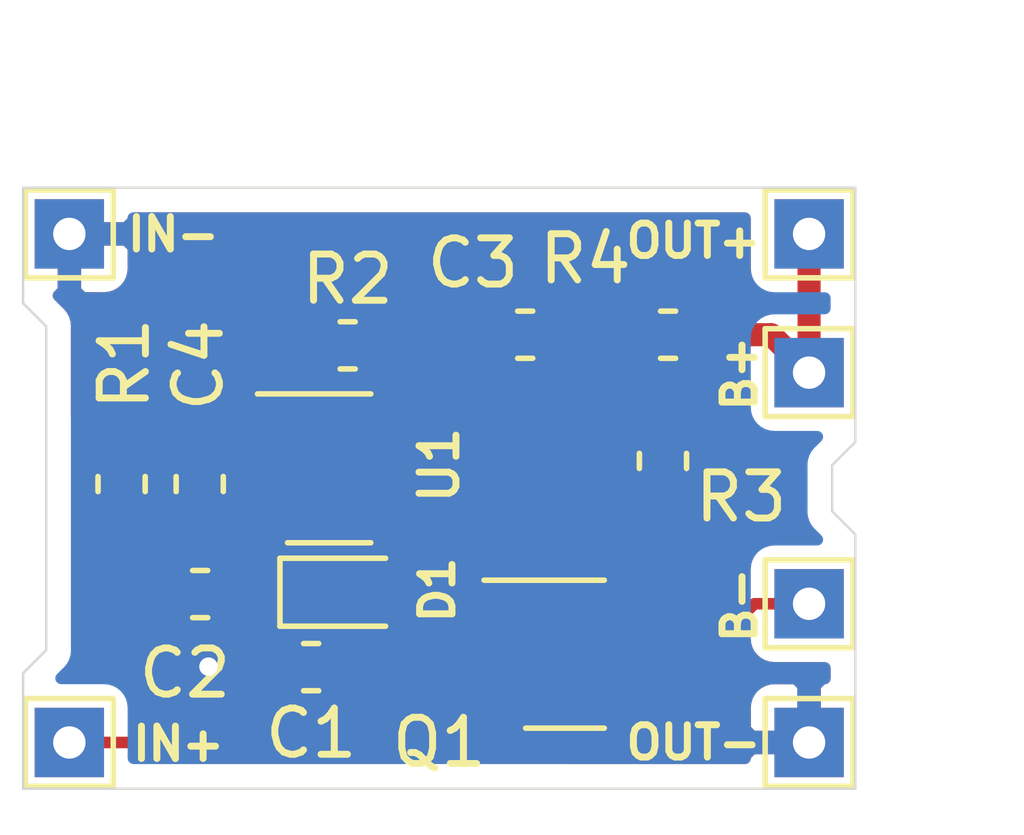
<source format=kicad_pcb>
(kicad_pcb (version 20171130) (host pcbnew "(5.1.6)-1")

  (general
    (thickness 1.6)
    (drawings 21)
    (tracks 81)
    (zones 0)
    (modules 19)
    (nets 14)
  )

  (page A4)
  (layers
    (0 F.Cu signal)
    (31 B.Cu signal)
    (32 B.Adhes user)
    (33 F.Adhes user)
    (34 B.Paste user)
    (35 F.Paste user)
    (36 B.SilkS user)
    (37 F.SilkS user)
    (38 B.Mask user)
    (39 F.Mask user)
    (40 Dwgs.User user)
    (41 Cmts.User user)
    (42 Eco1.User user)
    (43 Eco2.User user)
    (44 Edge.Cuts user)
    (45 Margin user)
    (46 B.CrtYd user)
    (47 F.CrtYd user)
    (48 B.Fab user hide)
    (49 F.Fab user hide)
  )

  (setup
    (last_trace_width 0.25)
    (trace_clearance 0.2)
    (zone_clearance 0.508)
    (zone_45_only no)
    (trace_min 0.2)
    (via_size 0.8)
    (via_drill 0.4)
    (via_min_size 0.4)
    (via_min_drill 0.3)
    (uvia_size 0.3)
    (uvia_drill 0.1)
    (uvias_allowed no)
    (uvia_min_size 0.2)
    (uvia_min_drill 0.1)
    (edge_width 0.05)
    (segment_width 0.2)
    (pcb_text_width 0.3)
    (pcb_text_size 1.5 1.5)
    (mod_edge_width 0.12)
    (mod_text_size 1 1)
    (mod_text_width 0.15)
    (pad_size 1.524 1.524)
    (pad_drill 0.762)
    (pad_to_mask_clearance 0.05)
    (aux_axis_origin 0 0)
    (visible_elements 7FFFFFFF)
    (pcbplotparams
      (layerselection 0x010fc_ffffffff)
      (usegerberextensions false)
      (usegerberattributes true)
      (usegerberadvancedattributes true)
      (creategerberjobfile true)
      (excludeedgelayer true)
      (linewidth 0.100000)
      (plotframeref false)
      (viasonmask false)
      (mode 1)
      (useauxorigin false)
      (hpglpennumber 1)
      (hpglpenspeed 20)
      (hpglpendiameter 15.000000)
      (psnegative false)
      (psa4output false)
      (plotreference true)
      (plotvalue true)
      (plotinvisibletext false)
      (padsonsilk false)
      (subtractmaskfromsilk false)
      (outputformat 1)
      (mirror false)
      (drillshape 0)
      (scaleselection 1)
      (outputdirectory "gerber/"))
  )

  (net 0 "")
  (net 1 GND)
  (net 2 /IN+)
  (net 3 /B+)
  (net 4 /B-)
  (net 5 "Net-(C3-Pad1)")
  (net 6 "Net-(D1-Pad1)")
  (net 7 "Net-(Q1-Pad3)")
  (net 8 "Net-(Q1-Pad2)")
  (net 9 "Net-(Q1-Pad1)")
  (net 10 "Net-(R1-Pad1)")
  (net 11 "Net-(R2-Pad2)")
  (net 12 "Net-(R3-Pad2)")
  (net 13 "Net-(Q1-Pad5)")

  (net_class Default "This is the default net class."
    (clearance 0.2)
    (trace_width 0.25)
    (via_dia 0.8)
    (via_drill 0.4)
    (uvia_dia 0.3)
    (uvia_drill 0.1)
    (add_net /B+)
    (add_net /B-)
    (add_net /IN+)
    (add_net GND)
    (add_net "Net-(C3-Pad1)")
    (add_net "Net-(D1-Pad1)")
    (add_net "Net-(Q1-Pad1)")
    (add_net "Net-(Q1-Pad2)")
    (add_net "Net-(Q1-Pad3)")
    (add_net "Net-(Q1-Pad5)")
    (add_net "Net-(R1-Pad1)")
    (add_net "Net-(R2-Pad2)")
    (add_net "Net-(R3-Pad2)")
  )

  (module MSS_Devices:logo-mr_solder_7.8x3.6mm (layer B.Cu) (tedit 0) (tstamp 5F525759)
    (at 148.32 106.47 180)
    (fp_text reference G*** (at 0 0) (layer B.SilkS) hide
      (effects (font (size 1.524 1.524) (thickness 0.3)) (justify mirror))
    )
    (fp_text value LOGO (at 0.75 0) (layer F.SilkS) hide
      (effects (font (size 1.524 1.524) (thickness 0.3)))
    )
    (fp_poly (pts (xy 2.806006 1.777236) (xy 2.985914 1.774067) (xy 3.129118 1.767179) (xy 3.24266 1.755258)
      (xy 3.333583 1.736989) (xy 3.408928 1.711059) (xy 3.475738 1.676153) (xy 3.541056 1.630956)
      (xy 3.593591 1.589276) (xy 3.719975 1.455557) (xy 3.805734 1.300473) (xy 3.852003 1.131587)
      (xy 3.859917 0.95646) (xy 3.830613 0.782653) (xy 3.765224 0.617727) (xy 3.664888 0.469244)
      (xy 3.530739 0.344765) (xy 3.394758 0.2652) (xy 3.3405 0.242414) (xy 3.285319 0.225341)
      (xy 3.219823 0.212719) (xy 3.134617 0.203283) (xy 3.020307 0.195773) (xy 2.8675 0.188925)
      (xy 2.811101 0.186748) (xy 2.633455 0.179065) (xy 2.501229 0.170274) (xy 2.409046 0.158889)
      (xy 2.351525 0.14342) (xy 2.323289 0.12238) (xy 2.31896 0.09428) (xy 2.33316 0.057632)
      (xy 2.334606 0.054899) (xy 2.347631 0.036877) (xy 2.369502 0.023492) (xy 2.407565 0.013829)
      (xy 2.469165 0.006969) (xy 2.561646 0.001997) (xy 2.692356 -0.002004) (xy 2.812619 -0.004763)
      (xy 3.01337 -0.011192) (xy 3.172046 -0.022621) (xy 3.29732 -0.041776) (xy 3.397865 -0.071383)
      (xy 3.482355 -0.114166) (xy 3.559463 -0.172852) (xy 3.637863 -0.250165) (xy 3.655972 -0.269754)
      (xy 3.719215 -0.343228) (xy 3.767922 -0.413354) (xy 3.80405 -0.48828) (xy 3.829553 -0.576157)
      (xy 3.84639 -0.685132) (xy 3.856516 -0.823356) (xy 3.861888 -0.998977) (xy 3.863739 -1.135187)
      (xy 3.864899 -1.309164) (xy 3.864125 -1.439823) (xy 3.860911 -1.53463) (xy 3.854748 -1.601046)
      (xy 3.845131 -1.646536) (xy 3.831553 -1.678562) (xy 3.826258 -1.687234) (xy 3.758235 -1.750311)
      (xy 3.672126 -1.775328) (xy 3.583451 -1.762317) (xy 3.507732 -1.711315) (xy 3.488453 -1.686488)
      (xy 3.471946 -1.654191) (xy 3.46056 -1.610524) (xy 3.453626 -1.547008) (xy 3.45048 -1.455164)
      (xy 3.450455 -1.326516) (xy 3.451785 -1.219869) (xy 3.452355 -1.021508) (xy 3.446637 -0.866937)
      (xy 3.433674 -0.749427) (xy 3.41251 -0.662247) (xy 3.382188 -0.598668) (xy 3.359247 -0.569101)
      (xy 3.319431 -0.527266) (xy 3.282197 -0.495892) (xy 3.239583 -0.473244) (xy 3.183624 -0.457588)
      (xy 3.106356 -0.44719) (xy 2.999813 -0.440315) (xy 2.856033 -0.43523) (xy 2.728736 -0.4318)
      (xy 2.239399 -0.4191) (xy 2.129349 -0.341772) (xy 2.01113 -0.231628) (xy 1.934055 -0.102319)
      (xy 1.896995 0.037834) (xy 1.898818 0.180513) (xy 1.938394 0.317397) (xy 2.014593 0.440168)
      (xy 2.126285 0.540504) (xy 2.25804 0.605378) (xy 2.319356 0.617076) (xy 2.423157 0.626232)
      (xy 2.561167 0.632354) (xy 2.725112 0.634946) (xy 2.753736 0.635) (xy 2.912968 0.635759)
      (xy 3.030396 0.638603) (xy 3.115003 0.644386) (xy 3.175771 0.653962) (xy 3.221682 0.668185)
      (xy 3.251596 0.682323) (xy 3.351918 0.763158) (xy 3.414743 0.874369) (xy 3.43526 1.007091)
      (xy 3.413346 1.133666) (xy 3.34949 1.23352) (xy 3.268869 1.296518) (xy 3.239654 1.312179)
      (xy 3.205403 1.32416) (xy 3.159303 1.332949) (xy 3.094538 1.339034) (xy 3.004293 1.342903)
      (xy 2.881755 1.345046) (xy 2.720108 1.345949) (xy 2.576684 1.346106) (xy 1.965669 1.3462)
      (xy 1.878909 1.282191) (xy 1.817574 1.231243) (xy 1.772783 1.184036) (xy 1.766024 1.174241)
      (xy 1.759224 1.137607) (xy 1.752724 1.052645) (xy 1.746604 0.921827) (xy 1.740943 0.747624)
      (xy 1.735819 0.532507) (xy 1.731313 0.278948) (xy 1.727503 -0.010582) (xy 1.7272 -0.0381)
      (xy 1.7145 -1.2065) (xy 1.64718 -1.3335) (xy 1.529265 -1.505097) (xy 1.377965 -1.642109)
      (xy 1.276887 -1.703379) (xy 1.148614 -1.747445) (xy 0.994791 -1.768092) (xy 0.834738 -1.76516)
      (xy 0.687781 -1.738489) (xy 0.6096 -1.708923) (xy 0.454604 -1.606795) (xy 0.319503 -1.467577)
      (xy 0.232901 -1.334963) (xy 0.1651 -1.2065) (xy 0.1524 -0.0381) (xy 0.149379 0.242622)
      (xy 0.146573 0.477104) (xy 0.143406 0.669901) (xy 0.139304 0.825566) (xy 0.133691 0.948655)
      (xy 0.125993 1.04372) (xy 0.115635 1.115318) (xy 0.102042 1.168001) (xy 0.084638 1.206324)
      (xy 0.06285 1.234841) (xy 0.036102 1.258106) (xy 0.003819 1.280674) (xy -0.015745 1.293919)
      (xy -0.077689 1.329025) (xy -0.141387 1.343447) (xy -0.229405 1.341841) (xy -0.242879 1.340775)
      (xy -0.33669 1.327526) (xy -0.402472 1.300646) (xy -0.462816 1.250738) (xy -0.465297 1.248269)
      (xy -0.5461 1.167507) (xy -0.559834 0.005904) (xy -0.563196 -0.268941) (xy -0.566364 -0.497791)
      (xy -0.569578 -0.68545) (xy -0.57308 -0.836721) (xy -0.577109 -0.956408) (xy -0.581907 -1.049313)
      (xy -0.587715 -1.120241) (xy -0.594774 -1.173995) (xy -0.603324 -1.215379) (xy -0.613606 -1.249195)
      (xy -0.624117 -1.276125) (xy -0.721462 -1.446754) (xy -0.855928 -1.592793) (xy -0.993079 -1.689306)
      (xy -1.065526 -1.726607) (xy -1.128872 -1.749278) (xy -1.200254 -1.760876) (xy -1.296807 -1.764961)
      (xy -1.3589 -1.7653) (xy -1.474276 -1.763593) (xy -1.555993 -1.75612) (xy -1.621145 -1.739347)
      (xy -1.686824 -1.709744) (xy -1.723528 -1.689956) (xy -1.870786 -1.5861) (xy -1.994955 -1.454994)
      (xy -2.083717 -1.310276) (xy -2.098417 -1.274941) (xy -2.109192 -1.241768) (xy -2.118288 -1.20126)
      (xy -2.125923 -1.148672) (xy -2.132317 -1.079258) (xy -2.137689 -0.988273) (xy -2.142258 -0.87097)
      (xy -2.146243 -0.722605) (xy -2.149864 -0.538432) (xy -2.15334 -0.313706) (xy -2.156889 -0.04368)
      (xy -2.157475 0.003729) (xy -2.160906 0.276893) (xy -2.164053 0.503812) (xy -2.16716 0.689039)
      (xy -2.17047 0.837124) (xy -2.174226 0.952621) (xy -2.178672 1.040082) (xy -2.184051 1.104058)
      (xy -2.190605 1.149103) (xy -2.19858 1.179767) (xy -2.208217 1.200604) (xy -2.21976 1.216166)
      (xy -2.222441 1.219179) (xy -2.32609 1.299871) (xy -2.446139 1.340125) (xy -2.571062 1.340638)
      (xy -2.689336 1.30211) (xy -2.789434 1.225238) (xy -2.822538 1.18281) (xy -2.831184 1.160658)
      (xy -2.838629 1.119484) (xy -2.84503 1.055321) (xy -2.85054 0.964203) (xy -2.855316 0.842162)
      (xy -2.859511 0.685233) (xy -2.86328 0.48945) (xy -2.866779 0.250844) (xy -2.870162 -0.034549)
      (xy -2.8702 -0.0381) (xy -2.873237 -0.312194) (xy -2.876026 -0.540249) (xy -2.878825 -0.727023)
      (xy -2.881894 -0.877275) (xy -2.88549 -0.995761) (xy -2.889873 -1.087241) (xy -2.895301 -1.156473)
      (xy -2.902033 -1.208214) (xy -2.910327 -1.247224) (xy -2.920443 -1.278259) (xy -2.932638 -1.306079)
      (xy -2.939925 -1.320931) (xy -3.046709 -1.484161) (xy -3.185395 -1.616771) (xy -3.347398 -1.712747)
      (xy -3.524135 -1.766072) (xy -3.585613 -1.773386) (xy -3.67235 -1.776794) (xy -3.727656 -1.768006)
      (xy -3.770374 -1.742103) (xy -3.79553 -1.718579) (xy -3.850837 -1.634411) (xy -3.861161 -1.546638)
      (xy -3.83056 -1.464903) (xy -3.763095 -1.398849) (xy -3.662825 -1.358118) (xy -3.642193 -1.35431)
      (xy -3.497527 -1.313697) (xy -3.393305 -1.242932) (xy -3.35939 -1.2008) (xy -3.348739 -1.180948)
      (xy -3.339785 -1.153638) (xy -3.332315 -1.114306) (xy -3.326115 -1.058392) (xy -3.32097 -0.981331)
      (xy -3.316668 -0.878562) (xy -3.312994 -0.745523) (xy -3.309735 -0.577651) (xy -3.306677 -0.370384)
      (xy -3.303606 -0.11916) (xy -3.302 0.024222) (xy -3.298927 0.297256) (xy -3.296071 0.524301)
      (xy -3.293179 0.710168) (xy -3.289994 0.859664) (xy -3.286263 0.977599) (xy -3.28173 1.068782)
      (xy -3.276142 1.138023) (xy -3.269242 1.190131) (xy -3.260776 1.229914) (xy -3.25049 1.262183)
      (xy -3.238128 1.291747) (xy -3.234414 1.299863) (xy -3.128246 1.473772) (xy -2.989544 1.611582)
      (xy -2.823585 1.709569) (xy -2.635647 1.764009) (xy -2.565037 1.772131) (xy -2.366661 1.762147)
      (xy -2.182113 1.705582) (xy -2.018206 1.606093) (xy -1.881757 1.467336) (xy -1.81861 1.3716)
      (xy -1.7399 1.2319) (xy -1.7272 0.0635) (xy -1.723538 -0.236308) (xy -1.719541 -0.488268)
      (xy -1.715101 -0.695332) (xy -1.710114 -0.860451) (xy -1.704474 -0.986577) (xy -1.698074 -1.076661)
      (xy -1.690809 -1.133655) (xy -1.683323 -1.15931) (xy -1.643615 -1.21094) (xy -1.58466 -1.270093)
      (xy -1.570238 -1.282641) (xy -1.516671 -1.322247) (xy -1.46537 -1.340981) (xy -1.395811 -1.344074)
      (xy -1.341413 -1.340935) (xy -1.209456 -1.31483) (xy -1.1095 -1.254329) (xy -1.032718 -1.1557)
      (xy -1.024701 -1.122248) (xy -1.017514 -1.049839) (xy -1.011091 -0.936594) (xy -1.005367 -0.780637)
      (xy -1.000279 -0.580091) (xy -0.995761 -0.33308) (xy -0.991747 -0.037727) (xy -0.9906 0.0635)
      (xy -0.987559 0.337659) (xy -0.984759 0.565741) (xy -0.981947 0.752466) (xy -0.978869 0.902556)
      (xy -0.975272 1.02073) (xy -0.970902 1.111709) (xy -0.965504 1.180215) (xy -0.958825 1.230968)
      (xy -0.95061 1.268687) (xy -0.940607 1.298094) (xy -0.928562 1.32391) (xy -0.922167 1.336062)
      (xy -0.808343 1.501432) (xy -0.669314 1.627757) (xy -0.511863 1.715214) (xy -0.342772 1.763979)
      (xy -0.168823 1.77423) (xy 0.003204 1.746144) (xy 0.166525 1.679897) (xy 0.314358 1.575667)
      (xy 0.439923 1.43363) (xy 0.517211 1.29851) (xy 0.530045 1.269044) (xy 0.540759 1.237906)
      (xy 0.549605 1.200286) (xy 0.556836 1.151379) (xy 0.562706 1.086375) (xy 0.567467 1.000468)
      (xy 0.571372 0.88885) (xy 0.574675 0.746713) (xy 0.577628 0.56925) (xy 0.580484 0.351653)
      (xy 0.583497 0.089114) (xy 0.5842 0.0254) (xy 0.587715 -0.26435) (xy 0.591443 -0.506976)
      (xy 0.595523 -0.706151) (xy 0.600093 -0.865551) (xy 0.605294 -0.98885) (xy 0.611264 -1.079723)
      (xy 0.618143 -1.141844) (xy 0.626071 -1.178889) (xy 0.630271 -1.188809) (xy 0.704726 -1.271839)
      (xy 0.807865 -1.324881) (xy 0.925611 -1.345373) (xy 1.043889 -1.330755) (xy 1.14369 -1.28219)
      (xy 1.205025 -1.231242) (xy 1.249816 -1.184035) (xy 1.256575 -1.17424) (xy 1.263401 -1.137572)
      (xy 1.269928 -1.052626) (xy 1.276073 -0.92192) (xy 1.281755 -0.747976) (xy 1.286892 -0.533314)
      (xy 1.291404 -0.280454) (xy 1.295207 0.008084) (xy 1.2954 0.0254) (xy 1.298435 0.297648)
      (xy 1.3012 0.523955) (xy 1.303972 0.709174) (xy 1.307025 0.858163) (xy 1.310635 0.975776)
      (xy 1.315078 1.066868) (xy 1.320629 1.136295) (xy 1.327564 1.188912) (xy 1.336159 1.229575)
      (xy 1.346689 1.263138) (xy 1.359429 1.294457) (xy 1.368597 1.314961) (xy 1.442914 1.437064)
      (xy 1.548232 1.555629) (xy 1.669826 1.65687) (xy 1.792967 1.727005) (xy 1.819722 1.737206)
      (xy 1.867287 1.750395) (xy 1.927368 1.760532) (xy 2.006656 1.767975) (xy 2.111841 1.773081)
      (xy 2.249614 1.77621) (xy 2.426665 1.777717) (xy 2.582352 1.778001) (xy 2.806006 1.777236)) (layer B.Mask) (width 0.01))
  )

  (module TestPoint:TestPoint_THTPad_1.5x1.5mm_Drill0.7mm (layer F.Cu) (tedit 5A0F774F) (tstamp 5F4DAF1C)
    (at 156.5 111)
    (descr "THT rectangular pad as test Point, square 1.5mm side length, hole diameter 0.7mm")
    (tags "test point THT pad rectangle square")
    (path /5F4DF38D)
    (attr virtual)
    (fp_text reference J5 (at 0 -1.648) (layer F.SilkS) hide
      (effects (font (size 1 1) (thickness 0.15)))
    )
    (fp_text value B- (at 0 1.75) (layer F.Fab)
      (effects (font (size 1 1) (thickness 0.15)))
    )
    (fp_line (start 1.25 1.25) (end -1.25 1.25) (layer F.CrtYd) (width 0.05))
    (fp_line (start 1.25 1.25) (end 1.25 -1.25) (layer F.CrtYd) (width 0.05))
    (fp_line (start -1.25 -1.25) (end -1.25 1.25) (layer F.CrtYd) (width 0.05))
    (fp_line (start -1.25 -1.25) (end 1.25 -1.25) (layer F.CrtYd) (width 0.05))
    (fp_line (start -0.95 0.95) (end -0.95 -0.95) (layer F.SilkS) (width 0.12))
    (fp_line (start 0.95 0.95) (end -0.95 0.95) (layer F.SilkS) (width 0.12))
    (fp_line (start 0.95 -0.95) (end 0.95 0.95) (layer F.SilkS) (width 0.12))
    (fp_line (start -0.95 -0.95) (end 0.95 -0.95) (layer F.SilkS) (width 0.12))
    (fp_text user %R (at 0 -1.65) (layer F.Fab)
      (effects (font (size 1 1) (thickness 0.15)))
    )
    (pad 1 thru_hole rect (at 0 0) (size 1.5 1.5) (drill 0.7) (layers *.Cu *.Mask)
      (net 4 /B-))
  )

  (module MSS_Devices:SOT26 (layer F.Cu) (tedit 5B8951CD) (tstamp 5F4AE8F4)
    (at 150.81 108.04)
    (path /5F4AB55B)
    (fp_text reference U2 (at 0.7 0) (layer F.Fab)
      (effects (font (size 0.15 0.15) (thickness 0.0375)))
    )
    (fp_text value AP9101CK6 (at -0.4 0) (layer F.Fab)
      (effects (font (size 0.15 0.15) (thickness 0.0375)))
    )
    (fp_circle (center -1 0.4) (end -0.858579 0.4) (layer F.Fab) (width 0.1))
    (fp_line (start -1.5 -0.9) (end 1.5 -0.9) (layer F.Fab) (width 0.1))
    (fp_line (start 1.5 -0.9) (end 1.5 0.9) (layer F.Fab) (width 0.1))
    (fp_line (start 1.5 0.9) (end -1.5 0.9) (layer F.Fab) (width 0.1))
    (fp_line (start -1.5 0.9) (end -1.5 -0.9) (layer F.Fab) (width 0.1))
    (pad 1 smd rect (at -0.95 1.2) (size 0.55 1) (layers F.Cu F.Paste F.Mask)
      (net 7 "Net-(Q1-Pad3)"))
    (pad 2 smd rect (at 0 1.2) (size 0.55 1) (layers F.Cu F.Paste F.Mask)
      (net 12 "Net-(R3-Pad2)"))
    (pad 3 smd rect (at 0.95 1.2) (size 0.55 1) (layers F.Cu F.Paste F.Mask)
      (net 9 "Net-(Q1-Pad1)"))
    (pad 4 smd rect (at 0.95 -1.2) (size 0.55 1) (layers F.Cu F.Paste F.Mask))
    (pad 5 smd rect (at 0 -1.2) (size 0.55 1) (layers F.Cu F.Paste F.Mask)
      (net 5 "Net-(C3-Pad1)"))
    (pad 6 smd rect (at -0.95 -1.2) (size 0.55 1) (layers F.Cu F.Paste F.Mask)
      (net 4 /B-))
    (model ${KISYS3DMOD}/Package_TO_SOT_SMD.3dshapes/SOT-23-6.step
      (at (xyz 0 0 0))
      (scale (xyz 1 1 1))
      (rotate (xyz 0 0 90))
    )
  )

  (module Package_TO_SOT_SMD:SuperSOT-6 (layer F.Cu) (tedit 5A02FF57) (tstamp 5F51F0FB)
    (at 151.22 112.09)
    (descr "6-pin SuperSOT package http://www.mouser.com/ds/2/149/FMB5551-889214.pdf")
    (tags "SuperSOT-6 SSOT-6")
    (path /5F52AED7)
    (attr smd)
    (fp_text reference Q1 (at -2.72 1.91) (layer F.SilkS)
      (effects (font (size 1 1) (thickness 0.15)))
    )
    (fp_text value FDC6401N (at 0 2.5) (layer F.Fab)
      (effects (font (size 1 1) (thickness 0.15)))
    )
    (fp_line (start 2.05 1.7) (end -2.05 1.7) (layer F.CrtYd) (width 0.05))
    (fp_line (start 2.05 1.7) (end 2.05 -1.7) (layer F.CrtYd) (width 0.05))
    (fp_line (start -2.05 -1.7) (end -2.05 1.7) (layer F.CrtYd) (width 0.05))
    (fp_line (start -2.05 -1.7) (end 2.05 -1.7) (layer F.CrtYd) (width 0.05))
    (fp_line (start -0.85 -1) (end -0.85 1.45) (layer F.Fab) (width 0.12))
    (fp_line (start -0.4 -1.45) (end -0.85 -1) (layer F.Fab) (width 0.12))
    (fp_line (start 0.85 -1.45) (end -0.4 -1.45) (layer F.Fab) (width 0.12))
    (fp_line (start 0.85 1.45) (end 0.85 -1.45) (layer F.Fab) (width 0.12))
    (fp_line (start -0.85 1.45) (end 0.85 1.45) (layer F.Fab) (width 0.12))
    (fp_line (start 0.85 1.6) (end -0.85 1.6) (layer F.SilkS) (width 0.12))
    (fp_line (start 0.85 -1.6) (end -1.75 -1.6) (layer F.SilkS) (width 0.12))
    (fp_text user %R (at 0 0 90) (layer F.Fab)
      (effects (font (size 0.5 0.5) (thickness 0.075)))
    )
    (pad 5 smd rect (at 1.3 0) (size 1 0.7) (layers F.Cu F.Paste F.Mask)
      (net 13 "Net-(Q1-Pad5)"))
    (pad 6 smd rect (at 1.3 -0.95) (size 1 0.7) (layers F.Cu F.Paste F.Mask)
      (net 8 "Net-(Q1-Pad2)"))
    (pad 4 smd rect (at 1.3 0.95) (size 1 0.7) (layers F.Cu F.Paste F.Mask)
      (net 4 /B-))
    (pad 3 smd rect (at -1.3 0.95) (size 1 0.7) (layers F.Cu F.Paste F.Mask)
      (net 7 "Net-(Q1-Pad3)"))
    (pad 2 smd rect (at -1.3 0) (size 1 0.7) (layers F.Cu F.Paste F.Mask)
      (net 8 "Net-(Q1-Pad2)"))
    (pad 1 smd rect (at -1.3 -0.95) (size 1 0.7) (layers F.Cu F.Paste F.Mask)
      (net 9 "Net-(Q1-Pad1)"))
    (model ${KISYS3DMOD}/Package_TO_SOT_SMD.3dshapes/SuperSOT-6.wrl
      (at (xyz 0 0 0))
      (scale (xyz 1 1 1))
      (rotate (xyz 0 0 0))
    )
  )

  (module TestPoint:TestPoint_THTPad_1.5x1.5mm_Drill0.7mm (layer F.Cu) (tedit 5A0F774F) (tstamp 5F4DA8C7)
    (at 156.5 114)
    (descr "THT rectangular pad as test Point, square 1.5mm side length, hole diameter 0.7mm")
    (tags "test point THT pad rectangle square")
    (path /5F4E06D9)
    (attr virtual)
    (fp_text reference J6 (at 0 -1.648) (layer F.SilkS) hide
      (effects (font (size 1 1) (thickness 0.15)))
    )
    (fp_text value OUT- (at 0 1.75) (layer F.Fab)
      (effects (font (size 1 1) (thickness 0.15)))
    )
    (fp_line (start 1.25 1.25) (end -1.25 1.25) (layer F.CrtYd) (width 0.05))
    (fp_line (start 1.25 1.25) (end 1.25 -1.25) (layer F.CrtYd) (width 0.05))
    (fp_line (start -1.25 -1.25) (end -1.25 1.25) (layer F.CrtYd) (width 0.05))
    (fp_line (start -1.25 -1.25) (end 1.25 -1.25) (layer F.CrtYd) (width 0.05))
    (fp_line (start -0.95 0.95) (end -0.95 -0.95) (layer F.SilkS) (width 0.12))
    (fp_line (start 0.95 0.95) (end -0.95 0.95) (layer F.SilkS) (width 0.12))
    (fp_line (start 0.95 -0.95) (end 0.95 0.95) (layer F.SilkS) (width 0.12))
    (fp_line (start -0.95 -0.95) (end 0.95 -0.95) (layer F.SilkS) (width 0.12))
    (fp_text user %R (at 0 -1.65) (layer F.Fab)
      (effects (font (size 1 1) (thickness 0.15)))
    )
    (pad 1 thru_hole rect (at 0 0) (size 1.5 1.5) (drill 0.7) (layers *.Cu *.Mask)
      (net 1 GND))
  )

  (module TestPoint:TestPoint_THTPad_1.5x1.5mm_Drill0.7mm (layer F.Cu) (tedit 5A0F774F) (tstamp 5F4DA8AB)
    (at 156.5 103)
    (descr "THT rectangular pad as test Point, square 1.5mm side length, hole diameter 0.7mm")
    (tags "test point THT pad rectangle square")
    (path /5F4DE4D2)
    (attr virtual)
    (fp_text reference J4 (at 0 -1.648) (layer F.SilkS) hide
      (effects (font (size 1 1) (thickness 0.15)))
    )
    (fp_text value B+ (at 0 1.75) (layer F.Fab)
      (effects (font (size 1 1) (thickness 0.15)))
    )
    (fp_line (start 1.25 1.25) (end -1.25 1.25) (layer F.CrtYd) (width 0.05))
    (fp_line (start 1.25 1.25) (end 1.25 -1.25) (layer F.CrtYd) (width 0.05))
    (fp_line (start -1.25 -1.25) (end -1.25 1.25) (layer F.CrtYd) (width 0.05))
    (fp_line (start -1.25 -1.25) (end 1.25 -1.25) (layer F.CrtYd) (width 0.05))
    (fp_line (start -0.95 0.95) (end -0.95 -0.95) (layer F.SilkS) (width 0.12))
    (fp_line (start 0.95 0.95) (end -0.95 0.95) (layer F.SilkS) (width 0.12))
    (fp_line (start 0.95 -0.95) (end 0.95 0.95) (layer F.SilkS) (width 0.12))
    (fp_line (start -0.95 -0.95) (end 0.95 -0.95) (layer F.SilkS) (width 0.12))
    (fp_text user %R (at 0 -1.65) (layer F.Fab)
      (effects (font (size 1 1) (thickness 0.15)))
    )
    (pad 1 thru_hole rect (at 0 0) (size 1.5 1.5) (drill 0.7) (layers *.Cu *.Mask)
      (net 3 /B+))
  )

  (module TestPoint:TestPoint_THTPad_1.5x1.5mm_Drill0.7mm (layer F.Cu) (tedit 5A0F774F) (tstamp 5F4DAEAF)
    (at 156.5 106)
    (descr "THT rectangular pad as test Point, square 1.5mm side length, hole diameter 0.7mm")
    (tags "test point THT pad rectangle square")
    (path /5F4DC6C5)
    (attr virtual)
    (fp_text reference J3 (at 0 -1.648) (layer F.SilkS) hide
      (effects (font (size 1 1) (thickness 0.15)))
    )
    (fp_text value OUT+ (at 0 1.75) (layer F.Fab)
      (effects (font (size 1 1) (thickness 0.15)))
    )
    (fp_line (start 1.25 1.25) (end -1.25 1.25) (layer F.CrtYd) (width 0.05))
    (fp_line (start 1.25 1.25) (end 1.25 -1.25) (layer F.CrtYd) (width 0.05))
    (fp_line (start -1.25 -1.25) (end -1.25 1.25) (layer F.CrtYd) (width 0.05))
    (fp_line (start -1.25 -1.25) (end 1.25 -1.25) (layer F.CrtYd) (width 0.05))
    (fp_line (start -0.95 0.95) (end -0.95 -0.95) (layer F.SilkS) (width 0.12))
    (fp_line (start 0.95 0.95) (end -0.95 0.95) (layer F.SilkS) (width 0.12))
    (fp_line (start 0.95 -0.95) (end 0.95 0.95) (layer F.SilkS) (width 0.12))
    (fp_line (start -0.95 -0.95) (end 0.95 -0.95) (layer F.SilkS) (width 0.12))
    (fp_text user %R (at 0 -1.65) (layer F.Fab)
      (effects (font (size 1 1) (thickness 0.15)))
    )
    (pad 1 thru_hole rect (at 0 0) (size 1.5 1.5) (drill 0.7) (layers *.Cu *.Mask)
      (net 3 /B+))
  )

  (module TestPoint:TestPoint_THTPad_1.5x1.5mm_Drill0.7mm (layer F.Cu) (tedit 5A0F774F) (tstamp 5F4DA88F)
    (at 140.5 103)
    (descr "THT rectangular pad as test Point, square 1.5mm side length, hole diameter 0.7mm")
    (tags "test point THT pad rectangle square")
    (path /5F4E3B16)
    (attr virtual)
    (fp_text reference J2 (at 0 -1.648) (layer F.SilkS) hide
      (effects (font (size 1 1) (thickness 0.15)))
    )
    (fp_text value IN- (at 0 1.75) (layer F.Fab)
      (effects (font (size 1 1) (thickness 0.15)))
    )
    (fp_line (start 1.25 1.25) (end -1.25 1.25) (layer F.CrtYd) (width 0.05))
    (fp_line (start 1.25 1.25) (end 1.25 -1.25) (layer F.CrtYd) (width 0.05))
    (fp_line (start -1.25 -1.25) (end -1.25 1.25) (layer F.CrtYd) (width 0.05))
    (fp_line (start -1.25 -1.25) (end 1.25 -1.25) (layer F.CrtYd) (width 0.05))
    (fp_line (start -0.95 0.95) (end -0.95 -0.95) (layer F.SilkS) (width 0.12))
    (fp_line (start 0.95 0.95) (end -0.95 0.95) (layer F.SilkS) (width 0.12))
    (fp_line (start 0.95 -0.95) (end 0.95 0.95) (layer F.SilkS) (width 0.12))
    (fp_line (start -0.95 -0.95) (end 0.95 -0.95) (layer F.SilkS) (width 0.12))
    (fp_text user %R (at 0 -1.65) (layer F.Fab)
      (effects (font (size 1 1) (thickness 0.15)))
    )
    (pad 1 thru_hole rect (at 0 0) (size 1.5 1.5) (drill 0.7) (layers *.Cu *.Mask)
      (net 1 GND))
  )

  (module TestPoint:TestPoint_THTPad_1.5x1.5mm_Drill0.7mm (layer F.Cu) (tedit 5A0F774F) (tstamp 5F4DA881)
    (at 140.5 114)
    (descr "THT rectangular pad as test Point, square 1.5mm side length, hole diameter 0.7mm")
    (tags "test point THT pad rectangle square")
    (path /5F4DAD06)
    (attr virtual)
    (fp_text reference J1 (at 0 -1.648) (layer F.SilkS) hide
      (effects (font (size 1 1) (thickness 0.15)))
    )
    (fp_text value IN+ (at 0 1.75) (layer F.Fab)
      (effects (font (size 1 1) (thickness 0.15)))
    )
    (fp_line (start 1.25 1.25) (end -1.25 1.25) (layer F.CrtYd) (width 0.05))
    (fp_line (start 1.25 1.25) (end 1.25 -1.25) (layer F.CrtYd) (width 0.05))
    (fp_line (start -1.25 -1.25) (end -1.25 1.25) (layer F.CrtYd) (width 0.05))
    (fp_line (start -1.25 -1.25) (end 1.25 -1.25) (layer F.CrtYd) (width 0.05))
    (fp_line (start -0.95 0.95) (end -0.95 -0.95) (layer F.SilkS) (width 0.12))
    (fp_line (start 0.95 0.95) (end -0.95 0.95) (layer F.SilkS) (width 0.12))
    (fp_line (start 0.95 -0.95) (end 0.95 0.95) (layer F.SilkS) (width 0.12))
    (fp_line (start -0.95 -0.95) (end 0.95 -0.95) (layer F.SilkS) (width 0.12))
    (fp_text user %R (at 0 -1.65) (layer F.Fab)
      (effects (font (size 1 1) (thickness 0.15)))
    )
    (pad 1 thru_hole rect (at 0 0) (size 1.5 1.5) (drill 0.7) (layers *.Cu *.Mask)
      (net 2 /IN+))
  )

  (module Package_TO_SOT_SMD:SOT-23-5 (layer F.Cu) (tedit 5A02FF57) (tstamp 5F4AE8E6)
    (at 146.12 108.07)
    (descr "5-pin SOT23 package")
    (tags SOT-23-5)
    (path /5F4A97F6)
    (attr smd)
    (fp_text reference U1 (at 2.38 -0.07 90) (layer F.SilkS)
      (effects (font (size 0.8 0.8) (thickness 0.15)))
    )
    (fp_text value MCP73831 (at 0 2.9) (layer F.Fab)
      (effects (font (size 1 1) (thickness 0.15)))
    )
    (fp_line (start -0.9 1.61) (end 0.9 1.61) (layer F.SilkS) (width 0.12))
    (fp_line (start 0.9 -1.61) (end -1.55 -1.61) (layer F.SilkS) (width 0.12))
    (fp_line (start -1.9 -1.8) (end 1.9 -1.8) (layer F.CrtYd) (width 0.05))
    (fp_line (start 1.9 -1.8) (end 1.9 1.8) (layer F.CrtYd) (width 0.05))
    (fp_line (start 1.9 1.8) (end -1.9 1.8) (layer F.CrtYd) (width 0.05))
    (fp_line (start -1.9 1.8) (end -1.9 -1.8) (layer F.CrtYd) (width 0.05))
    (fp_line (start -0.9 -0.9) (end -0.25 -1.55) (layer F.Fab) (width 0.1))
    (fp_line (start 0.9 -1.55) (end -0.25 -1.55) (layer F.Fab) (width 0.1))
    (fp_line (start -0.9 -0.9) (end -0.9 1.55) (layer F.Fab) (width 0.1))
    (fp_line (start 0.9 1.55) (end -0.9 1.55) (layer F.Fab) (width 0.1))
    (fp_line (start 0.9 -1.55) (end 0.9 1.55) (layer F.Fab) (width 0.1))
    (fp_text user %R (at 0 0 90) (layer F.Fab)
      (effects (font (size 0.5 0.5) (thickness 0.075)))
    )
    (pad 5 smd rect (at 1.1 -0.95) (size 1.06 0.65) (layers F.Cu F.Paste F.Mask)
      (net 11 "Net-(R2-Pad2)"))
    (pad 4 smd rect (at 1.1 0.95) (size 1.06 0.65) (layers F.Cu F.Paste F.Mask)
      (net 2 /IN+))
    (pad 3 smd rect (at -1.1 0.95) (size 1.06 0.65) (layers F.Cu F.Paste F.Mask)
      (net 3 /B+))
    (pad 2 smd rect (at -1.1 0) (size 1.06 0.65) (layers F.Cu F.Paste F.Mask)
      (net 1 GND))
    (pad 1 smd rect (at -1.1 -0.95) (size 1.06 0.65) (layers F.Cu F.Paste F.Mask)
      (net 10 "Net-(R1-Pad1)"))
    (model ${KISYS3DMOD}/Package_TO_SOT_SMD.3dshapes/SOT-23-5.wrl
      (at (xyz 0 0 0))
      (scale (xyz 1 1 1))
      (rotate (xyz 0 0 0))
    )
  )

  (module Resistor_SMD:R_0603_1608Metric (layer F.Cu) (tedit 5B301BBD) (tstamp 5F4AE8D1)
    (at 153.45 105.18)
    (descr "Resistor SMD 0603 (1608 Metric), square (rectangular) end terminal, IPC_7351 nominal, (Body size source: http://www.tortai-tech.com/upload/download/2011102023233369053.pdf), generated with kicad-footprint-generator")
    (tags resistor)
    (path /5F4AC283)
    (attr smd)
    (fp_text reference R4 (at -1.79 -1.64) (layer F.SilkS)
      (effects (font (size 1 1) (thickness 0.15)))
    )
    (fp_text value 330 (at 0 1.43) (layer F.Fab)
      (effects (font (size 1 1) (thickness 0.15)))
    )
    (fp_line (start -0.8 0.4) (end -0.8 -0.4) (layer F.Fab) (width 0.1))
    (fp_line (start -0.8 -0.4) (end 0.8 -0.4) (layer F.Fab) (width 0.1))
    (fp_line (start 0.8 -0.4) (end 0.8 0.4) (layer F.Fab) (width 0.1))
    (fp_line (start 0.8 0.4) (end -0.8 0.4) (layer F.Fab) (width 0.1))
    (fp_line (start -0.162779 -0.51) (end 0.162779 -0.51) (layer F.SilkS) (width 0.12))
    (fp_line (start -0.162779 0.51) (end 0.162779 0.51) (layer F.SilkS) (width 0.12))
    (fp_line (start -1.48 0.73) (end -1.48 -0.73) (layer F.CrtYd) (width 0.05))
    (fp_line (start -1.48 -0.73) (end 1.48 -0.73) (layer F.CrtYd) (width 0.05))
    (fp_line (start 1.48 -0.73) (end 1.48 0.73) (layer F.CrtYd) (width 0.05))
    (fp_line (start 1.48 0.73) (end -1.48 0.73) (layer F.CrtYd) (width 0.05))
    (fp_text user %R (at 0 0) (layer F.Fab)
      (effects (font (size 0.4 0.4) (thickness 0.06)))
    )
    (pad 2 smd roundrect (at 0.7875 0) (size 0.875 0.95) (layers F.Cu F.Paste F.Mask) (roundrect_rratio 0.25)
      (net 3 /B+))
    (pad 1 smd roundrect (at -0.7875 0) (size 0.875 0.95) (layers F.Cu F.Paste F.Mask) (roundrect_rratio 0.25)
      (net 5 "Net-(C3-Pad1)"))
    (model ${KISYS3DMOD}/Resistor_SMD.3dshapes/R_0603_1608Metric.wrl
      (at (xyz 0 0 0))
      (scale (xyz 1 1 1))
      (rotate (xyz 0 0 0))
    )
  )

  (module Resistor_SMD:R_0603_1608Metric (layer F.Cu) (tedit 5B301BBD) (tstamp 5F4AE8C0)
    (at 153.34 107.91 90)
    (descr "Resistor SMD 0603 (1608 Metric), square (rectangular) end terminal, IPC_7351 nominal, (Body size source: http://www.tortai-tech.com/upload/download/2011102023233369053.pdf), generated with kicad-footprint-generator")
    (tags resistor)
    (path /5F4B294F)
    (attr smd)
    (fp_text reference R3 (at -0.78 1.69 180) (layer F.SilkS)
      (effects (font (size 1 1) (thickness 0.15)))
    )
    (fp_text value 2.7K (at 0 1.43 90) (layer F.Fab)
      (effects (font (size 1 1) (thickness 0.15)))
    )
    (fp_line (start -0.8 0.4) (end -0.8 -0.4) (layer F.Fab) (width 0.1))
    (fp_line (start -0.8 -0.4) (end 0.8 -0.4) (layer F.Fab) (width 0.1))
    (fp_line (start 0.8 -0.4) (end 0.8 0.4) (layer F.Fab) (width 0.1))
    (fp_line (start 0.8 0.4) (end -0.8 0.4) (layer F.Fab) (width 0.1))
    (fp_line (start -0.162779 -0.51) (end 0.162779 -0.51) (layer F.SilkS) (width 0.12))
    (fp_line (start -0.162779 0.51) (end 0.162779 0.51) (layer F.SilkS) (width 0.12))
    (fp_line (start -1.48 0.73) (end -1.48 -0.73) (layer F.CrtYd) (width 0.05))
    (fp_line (start -1.48 -0.73) (end 1.48 -0.73) (layer F.CrtYd) (width 0.05))
    (fp_line (start 1.48 -0.73) (end 1.48 0.73) (layer F.CrtYd) (width 0.05))
    (fp_line (start 1.48 0.73) (end -1.48 0.73) (layer F.CrtYd) (width 0.05))
    (fp_text user %R (at 0 0 90) (layer F.Fab)
      (effects (font (size 0.4 0.4) (thickness 0.06)))
    )
    (pad 2 smd roundrect (at 0.7875 0 90) (size 0.875 0.95) (layers F.Cu F.Paste F.Mask) (roundrect_rratio 0.25)
      (net 12 "Net-(R3-Pad2)"))
    (pad 1 smd roundrect (at -0.7875 0 90) (size 0.875 0.95) (layers F.Cu F.Paste F.Mask) (roundrect_rratio 0.25)
      (net 13 "Net-(Q1-Pad5)"))
    (model ${KISYS3DMOD}/Resistor_SMD.3dshapes/R_0603_1608Metric.wrl
      (at (xyz 0 0 0))
      (scale (xyz 1 1 1))
      (rotate (xyz 0 0 0))
    )
  )

  (module Resistor_SMD:R_0603_1608Metric (layer F.Cu) (tedit 5B301BBD) (tstamp 5F4AE8AF)
    (at 146.52 105.41)
    (descr "Resistor SMD 0603 (1608 Metric), square (rectangular) end terminal, IPC_7351 nominal, (Body size source: http://www.tortai-tech.com/upload/download/2011102023233369053.pdf), generated with kicad-footprint-generator")
    (tags resistor)
    (path /5F4BCFDC)
    (attr smd)
    (fp_text reference R2 (at 0 -1.43) (layer F.SilkS)
      (effects (font (size 1 1) (thickness 0.15)))
    )
    (fp_text value 2K (at 0 1.43) (layer F.Fab)
      (effects (font (size 1 1) (thickness 0.15)))
    )
    (fp_line (start -0.8 0.4) (end -0.8 -0.4) (layer F.Fab) (width 0.1))
    (fp_line (start -0.8 -0.4) (end 0.8 -0.4) (layer F.Fab) (width 0.1))
    (fp_line (start 0.8 -0.4) (end 0.8 0.4) (layer F.Fab) (width 0.1))
    (fp_line (start 0.8 0.4) (end -0.8 0.4) (layer F.Fab) (width 0.1))
    (fp_line (start -0.162779 -0.51) (end 0.162779 -0.51) (layer F.SilkS) (width 0.12))
    (fp_line (start -0.162779 0.51) (end 0.162779 0.51) (layer F.SilkS) (width 0.12))
    (fp_line (start -1.48 0.73) (end -1.48 -0.73) (layer F.CrtYd) (width 0.05))
    (fp_line (start -1.48 -0.73) (end 1.48 -0.73) (layer F.CrtYd) (width 0.05))
    (fp_line (start 1.48 -0.73) (end 1.48 0.73) (layer F.CrtYd) (width 0.05))
    (fp_line (start 1.48 0.73) (end -1.48 0.73) (layer F.CrtYd) (width 0.05))
    (fp_text user %R (at 0 0) (layer F.Fab)
      (effects (font (size 0.4 0.4) (thickness 0.06)))
    )
    (pad 2 smd roundrect (at 0.7875 0) (size 0.875 0.95) (layers F.Cu F.Paste F.Mask) (roundrect_rratio 0.25)
      (net 11 "Net-(R2-Pad2)"))
    (pad 1 smd roundrect (at -0.7875 0) (size 0.875 0.95) (layers F.Cu F.Paste F.Mask) (roundrect_rratio 0.25)
      (net 1 GND))
    (model ${KISYS3DMOD}/Resistor_SMD.3dshapes/R_0603_1608Metric.wrl
      (at (xyz 0 0 0))
      (scale (xyz 1 1 1))
      (rotate (xyz 0 0 0))
    )
  )

  (module Resistor_SMD:R_0603_1608Metric (layer F.Cu) (tedit 5B301BBD) (tstamp 5F4AE89E)
    (at 141.63 108.41 270)
    (descr "Resistor SMD 0603 (1608 Metric), square (rectangular) end terminal, IPC_7351 nominal, (Body size source: http://www.tortai-tech.com/upload/download/2011102023233369053.pdf), generated with kicad-footprint-generator")
    (tags resistor)
    (path /5F4C02C1)
    (attr smd)
    (fp_text reference R1 (at -2.6 -0.06 90) (layer F.SilkS)
      (effects (font (size 1 1) (thickness 0.15)))
    )
    (fp_text value 470 (at 0 1.43 90) (layer F.Fab)
      (effects (font (size 1 1) (thickness 0.15)))
    )
    (fp_line (start -0.8 0.4) (end -0.8 -0.4) (layer F.Fab) (width 0.1))
    (fp_line (start -0.8 -0.4) (end 0.8 -0.4) (layer F.Fab) (width 0.1))
    (fp_line (start 0.8 -0.4) (end 0.8 0.4) (layer F.Fab) (width 0.1))
    (fp_line (start 0.8 0.4) (end -0.8 0.4) (layer F.Fab) (width 0.1))
    (fp_line (start -0.162779 -0.51) (end 0.162779 -0.51) (layer F.SilkS) (width 0.12))
    (fp_line (start -0.162779 0.51) (end 0.162779 0.51) (layer F.SilkS) (width 0.12))
    (fp_line (start -1.48 0.73) (end -1.48 -0.73) (layer F.CrtYd) (width 0.05))
    (fp_line (start -1.48 -0.73) (end 1.48 -0.73) (layer F.CrtYd) (width 0.05))
    (fp_line (start 1.48 -0.73) (end 1.48 0.73) (layer F.CrtYd) (width 0.05))
    (fp_line (start 1.48 0.73) (end -1.48 0.73) (layer F.CrtYd) (width 0.05))
    (fp_text user %R (at 0 0 90) (layer F.Fab)
      (effects (font (size 0.4 0.4) (thickness 0.06)))
    )
    (pad 2 smd roundrect (at 0.7875 0 270) (size 0.875 0.95) (layers F.Cu F.Paste F.Mask) (roundrect_rratio 0.25)
      (net 6 "Net-(D1-Pad1)"))
    (pad 1 smd roundrect (at -0.7875 0 270) (size 0.875 0.95) (layers F.Cu F.Paste F.Mask) (roundrect_rratio 0.25)
      (net 10 "Net-(R1-Pad1)"))
    (model ${KISYS3DMOD}/Resistor_SMD.3dshapes/R_0603_1608Metric.wrl
      (at (xyz 0 0 0))
      (scale (xyz 1 1 1))
      (rotate (xyz 0 0 0))
    )
  )

  (module LED_SMD:LED_0603_1608Metric (layer F.Cu) (tedit 5B301BBE) (tstamp 5F4AE863)
    (at 146.54 110.75)
    (descr "LED SMD 0603 (1608 Metric), square (rectangular) end terminal, IPC_7351 nominal, (Body size source: http://www.tortai-tech.com/upload/download/2011102023233369053.pdf), generated with kicad-footprint-generator")
    (tags diode)
    (path /5F4BF6DB)
    (attr smd)
    (fp_text reference D1 (at 1.92 -0.05 90) (layer F.SilkS)
      (effects (font (size 0.7 0.7) (thickness 0.15)))
    )
    (fp_text value STAT (at 0 1.43) (layer F.Fab)
      (effects (font (size 1 1) (thickness 0.15)))
    )
    (fp_line (start 0.8 -0.4) (end -0.5 -0.4) (layer F.Fab) (width 0.1))
    (fp_line (start -0.5 -0.4) (end -0.8 -0.1) (layer F.Fab) (width 0.1))
    (fp_line (start -0.8 -0.1) (end -0.8 0.4) (layer F.Fab) (width 0.1))
    (fp_line (start -0.8 0.4) (end 0.8 0.4) (layer F.Fab) (width 0.1))
    (fp_line (start 0.8 0.4) (end 0.8 -0.4) (layer F.Fab) (width 0.1))
    (fp_line (start 0.8 -0.735) (end -1.485 -0.735) (layer F.SilkS) (width 0.12))
    (fp_line (start -1.485 -0.735) (end -1.485 0.735) (layer F.SilkS) (width 0.12))
    (fp_line (start -1.485 0.735) (end 0.8 0.735) (layer F.SilkS) (width 0.12))
    (fp_line (start -1.48 0.73) (end -1.48 -0.73) (layer F.CrtYd) (width 0.05))
    (fp_line (start -1.48 -0.73) (end 1.48 -0.73) (layer F.CrtYd) (width 0.05))
    (fp_line (start 1.48 -0.73) (end 1.48 0.73) (layer F.CrtYd) (width 0.05))
    (fp_line (start 1.48 0.73) (end -1.48 0.73) (layer F.CrtYd) (width 0.05))
    (fp_text user %R (at 0 0) (layer F.Fab)
      (effects (font (size 0.4 0.4) (thickness 0.06)))
    )
    (pad 2 smd roundrect (at 0.7875 0) (size 0.875 0.95) (layers F.Cu F.Paste F.Mask) (roundrect_rratio 0.25)
      (net 2 /IN+))
    (pad 1 smd roundrect (at -0.7875 0) (size 0.875 0.95) (layers F.Cu F.Paste F.Mask) (roundrect_rratio 0.25)
      (net 6 "Net-(D1-Pad1)"))
    (model ${KISYS3DMOD}/LED_SMD.3dshapes/LED_0603_1608Metric.wrl
      (at (xyz 0 0 0))
      (scale (xyz 1 1 1))
      (rotate (xyz 0 0 0))
    )
  )

  (module Capacitor_SMD:C_0603_1608Metric (layer F.Cu) (tedit 5B301BBE) (tstamp 5F525825)
    (at 143.32 108.41 90)
    (descr "Capacitor SMD 0603 (1608 Metric), square (rectangular) end terminal, IPC_7351 nominal, (Body size source: http://www.tortai-tech.com/upload/download/2011102023233369053.pdf), generated with kicad-footprint-generator")
    (tags capacitor)
    (path /5F4C4C26)
    (attr smd)
    (fp_text reference C4 (at 2.57 -0.03 90) (layer F.SilkS)
      (effects (font (size 1 1) (thickness 0.15)))
    )
    (fp_text value 100nF (at 0 1.43 90) (layer F.Fab)
      (effects (font (size 1 1) (thickness 0.15)))
    )
    (fp_line (start -0.8 0.4) (end -0.8 -0.4) (layer F.Fab) (width 0.1))
    (fp_line (start -0.8 -0.4) (end 0.8 -0.4) (layer F.Fab) (width 0.1))
    (fp_line (start 0.8 -0.4) (end 0.8 0.4) (layer F.Fab) (width 0.1))
    (fp_line (start 0.8 0.4) (end -0.8 0.4) (layer F.Fab) (width 0.1))
    (fp_line (start -0.162779 -0.51) (end 0.162779 -0.51) (layer F.SilkS) (width 0.12))
    (fp_line (start -0.162779 0.51) (end 0.162779 0.51) (layer F.SilkS) (width 0.12))
    (fp_line (start -1.48 0.73) (end -1.48 -0.73) (layer F.CrtYd) (width 0.05))
    (fp_line (start -1.48 -0.73) (end 1.48 -0.73) (layer F.CrtYd) (width 0.05))
    (fp_line (start 1.48 -0.73) (end 1.48 0.73) (layer F.CrtYd) (width 0.05))
    (fp_line (start 1.48 0.73) (end -1.48 0.73) (layer F.CrtYd) (width 0.05))
    (fp_text user %R (at 0 0 90) (layer F.Fab)
      (effects (font (size 0.4 0.4) (thickness 0.06)))
    )
    (pad 2 smd roundrect (at 0.7875 0 90) (size 0.875 0.95) (layers F.Cu F.Paste F.Mask) (roundrect_rratio 0.25)
      (net 1 GND))
    (pad 1 smd roundrect (at -0.7875 0 90) (size 0.875 0.95) (layers F.Cu F.Paste F.Mask) (roundrect_rratio 0.25)
      (net 3 /B+))
    (model ${KISYS3DMOD}/Capacitor_SMD.3dshapes/C_0603_1608Metric.wrl
      (at (xyz 0 0 0))
      (scale (xyz 1 1 1))
      (rotate (xyz 0 0 0))
    )
  )

  (module Capacitor_SMD:C_0603_1608Metric (layer F.Cu) (tedit 5B301BBE) (tstamp 5F4AE83F)
    (at 150.36 105.18 180)
    (descr "Capacitor SMD 0603 (1608 Metric), square (rectangular) end terminal, IPC_7351 nominal, (Body size source: http://www.tortai-tech.com/upload/download/2011102023233369053.pdf), generated with kicad-footprint-generator")
    (tags capacitor)
    (path /5F4AC95F)
    (attr smd)
    (fp_text reference C3 (at 1.13 1.55) (layer F.SilkS)
      (effects (font (size 1 1) (thickness 0.15)))
    )
    (fp_text value 100nF (at 0 1.43) (layer F.Fab)
      (effects (font (size 1 1) (thickness 0.15)))
    )
    (fp_line (start -0.8 0.4) (end -0.8 -0.4) (layer F.Fab) (width 0.1))
    (fp_line (start -0.8 -0.4) (end 0.8 -0.4) (layer F.Fab) (width 0.1))
    (fp_line (start 0.8 -0.4) (end 0.8 0.4) (layer F.Fab) (width 0.1))
    (fp_line (start 0.8 0.4) (end -0.8 0.4) (layer F.Fab) (width 0.1))
    (fp_line (start -0.162779 -0.51) (end 0.162779 -0.51) (layer F.SilkS) (width 0.12))
    (fp_line (start -0.162779 0.51) (end 0.162779 0.51) (layer F.SilkS) (width 0.12))
    (fp_line (start -1.48 0.73) (end -1.48 -0.73) (layer F.CrtYd) (width 0.05))
    (fp_line (start -1.48 -0.73) (end 1.48 -0.73) (layer F.CrtYd) (width 0.05))
    (fp_line (start 1.48 -0.73) (end 1.48 0.73) (layer F.CrtYd) (width 0.05))
    (fp_line (start 1.48 0.73) (end -1.48 0.73) (layer F.CrtYd) (width 0.05))
    (fp_text user %R (at 0 0) (layer F.Fab)
      (effects (font (size 0.4 0.4) (thickness 0.06)))
    )
    (pad 2 smd roundrect (at 0.7875 0 180) (size 0.875 0.95) (layers F.Cu F.Paste F.Mask) (roundrect_rratio 0.25)
      (net 4 /B-))
    (pad 1 smd roundrect (at -0.7875 0 180) (size 0.875 0.95) (layers F.Cu F.Paste F.Mask) (roundrect_rratio 0.25)
      (net 5 "Net-(C3-Pad1)"))
    (model ${KISYS3DMOD}/Capacitor_SMD.3dshapes/C_0603_1608Metric.wrl
      (at (xyz 0 0 0))
      (scale (xyz 1 1 1))
      (rotate (xyz 0 0 0))
    )
  )

  (module Capacitor_SMD:C_0603_1608Metric (layer F.Cu) (tedit 5B301BBE) (tstamp 5F4AE82E)
    (at 143.33 110.79)
    (descr "Capacitor SMD 0603 (1608 Metric), square (rectangular) end terminal, IPC_7351 nominal, (Body size source: http://www.tortai-tech.com/upload/download/2011102023233369053.pdf), generated with kicad-footprint-generator")
    (tags capacitor)
    (path /5F4C1D99)
    (attr smd)
    (fp_text reference C2 (at -0.33 1.71 180) (layer F.SilkS)
      (effects (font (size 1 1) (thickness 0.15)))
    )
    (fp_text value 4.7uF (at 0 1.43) (layer F.Fab)
      (effects (font (size 1 1) (thickness 0.15)))
    )
    (fp_line (start -0.8 0.4) (end -0.8 -0.4) (layer F.Fab) (width 0.1))
    (fp_line (start -0.8 -0.4) (end 0.8 -0.4) (layer F.Fab) (width 0.1))
    (fp_line (start 0.8 -0.4) (end 0.8 0.4) (layer F.Fab) (width 0.1))
    (fp_line (start 0.8 0.4) (end -0.8 0.4) (layer F.Fab) (width 0.1))
    (fp_line (start -0.162779 -0.51) (end 0.162779 -0.51) (layer F.SilkS) (width 0.12))
    (fp_line (start -0.162779 0.51) (end 0.162779 0.51) (layer F.SilkS) (width 0.12))
    (fp_line (start -1.48 0.73) (end -1.48 -0.73) (layer F.CrtYd) (width 0.05))
    (fp_line (start -1.48 -0.73) (end 1.48 -0.73) (layer F.CrtYd) (width 0.05))
    (fp_line (start 1.48 -0.73) (end 1.48 0.73) (layer F.CrtYd) (width 0.05))
    (fp_line (start 1.48 0.73) (end -1.48 0.73) (layer F.CrtYd) (width 0.05))
    (fp_text user %R (at 0 0) (layer F.Fab)
      (effects (font (size 0.4 0.4) (thickness 0.06)))
    )
    (pad 2 smd roundrect (at 0.7875 0) (size 0.875 0.95) (layers F.Cu F.Paste F.Mask) (roundrect_rratio 0.25)
      (net 1 GND))
    (pad 1 smd roundrect (at -0.7875 0) (size 0.875 0.95) (layers F.Cu F.Paste F.Mask) (roundrect_rratio 0.25)
      (net 3 /B+))
    (model ${KISYS3DMOD}/Capacitor_SMD.3dshapes/C_0603_1608Metric.wrl
      (at (xyz 0 0 0))
      (scale (xyz 1 1 1))
      (rotate (xyz 0 0 0))
    )
  )

  (module Capacitor_SMD:C_0603_1608Metric (layer F.Cu) (tedit 5B301BBE) (tstamp 5F4AE81D)
    (at 145.73 112.37 180)
    (descr "Capacitor SMD 0603 (1608 Metric), square (rectangular) end terminal, IPC_7351 nominal, (Body size source: http://www.tortai-tech.com/upload/download/2011102023233369053.pdf), generated with kicad-footprint-generator")
    (tags capacitor)
    (path /5F4C33DE)
    (attr smd)
    (fp_text reference C1 (at 0 -1.43) (layer F.SilkS)
      (effects (font (size 1 1) (thickness 0.15)))
    )
    (fp_text value 4.7uF (at 0 1.43) (layer F.Fab)
      (effects (font (size 1 1) (thickness 0.15)))
    )
    (fp_line (start -0.8 0.4) (end -0.8 -0.4) (layer F.Fab) (width 0.1))
    (fp_line (start -0.8 -0.4) (end 0.8 -0.4) (layer F.Fab) (width 0.1))
    (fp_line (start 0.8 -0.4) (end 0.8 0.4) (layer F.Fab) (width 0.1))
    (fp_line (start 0.8 0.4) (end -0.8 0.4) (layer F.Fab) (width 0.1))
    (fp_line (start -0.162779 -0.51) (end 0.162779 -0.51) (layer F.SilkS) (width 0.12))
    (fp_line (start -0.162779 0.51) (end 0.162779 0.51) (layer F.SilkS) (width 0.12))
    (fp_line (start -1.48 0.73) (end -1.48 -0.73) (layer F.CrtYd) (width 0.05))
    (fp_line (start -1.48 -0.73) (end 1.48 -0.73) (layer F.CrtYd) (width 0.05))
    (fp_line (start 1.48 -0.73) (end 1.48 0.73) (layer F.CrtYd) (width 0.05))
    (fp_line (start 1.48 0.73) (end -1.48 0.73) (layer F.CrtYd) (width 0.05))
    (fp_text user %R (at 0 0) (layer F.Fab)
      (effects (font (size 0.4 0.4) (thickness 0.06)))
    )
    (pad 2 smd roundrect (at 0.7875 0 180) (size 0.875 0.95) (layers F.Cu F.Paste F.Mask) (roundrect_rratio 0.25)
      (net 1 GND))
    (pad 1 smd roundrect (at -0.7875 0 180) (size 0.875 0.95) (layers F.Cu F.Paste F.Mask) (roundrect_rratio 0.25)
      (net 2 /IN+))
    (model ${KISYS3DMOD}/Capacitor_SMD.3dshapes/C_0603_1608Metric.wrl
      (at (xyz 0 0 0))
      (scale (xyz 1 1 1))
      (rotate (xyz 0 0 0))
    )
  )

  (gr_text MAYKOLREY.COM (at 148.25 110.98) (layer B.Mask)
    (effects (font (size 1 1) (thickness 0.25) italic) (justify mirror))
  )
  (gr_text IN- (at 142.75 103.01) (layer F.SilkS)
    (effects (font (size 0.7 0.7) (thickness 0.15)))
  )
  (gr_text IN+ (at 142.86 114.03) (layer F.SilkS)
    (effects (font (size 0.7 0.7) (thickness 0.15)))
  )
  (gr_text OUT- (at 154 114) (layer F.SilkS)
    (effects (font (size 0.7 0.7) (thickness 0.15)))
  )
  (gr_text B- (at 155 111.03 90) (layer F.SilkS)
    (effects (font (size 0.7 0.7) (thickness 0.15)))
  )
  (gr_text OUT+ (at 154 103.15) (layer F.SilkS)
    (effects (font (size 0.7 0.7) (thickness 0.15)))
  )
  (gr_text B+ (at 155 106.02 90) (layer F.SilkS)
    (effects (font (size 0.7 0.7) (thickness 0.15)))
  )
  (gr_line (start 139.5 112.5) (end 139.5 115) (layer Edge.Cuts) (width 0.05))
  (gr_line (start 140 112) (end 139.5 112.5) (layer Edge.Cuts) (width 0.05))
  (gr_line (start 140 105) (end 140 112) (layer Edge.Cuts) (width 0.05))
  (gr_line (start 139.5 104.5) (end 140 105) (layer Edge.Cuts) (width 0.05))
  (gr_line (start 157.5 107.5) (end 157.5 102) (layer Edge.Cuts) (width 0.05) (tstamp 5F4DB827))
  (gr_line (start 157 108) (end 157.5 107.5) (layer Edge.Cuts) (width 0.05))
  (gr_line (start 157 109) (end 157 108) (layer Edge.Cuts) (width 0.05))
  (gr_line (start 157.5 109.5) (end 157 109) (layer Edge.Cuts) (width 0.05))
  (gr_line (start 139.5 102) (end 157.5 102) (layer Edge.Cuts) (width 0.05) (tstamp 5F4DB01E))
  (gr_line (start 139.5 104.5) (end 139.5 102) (layer Edge.Cuts) (width 0.05))
  (gr_line (start 157.5 115) (end 139.5 115) (layer Edge.Cuts) (width 0.05))
  (gr_line (start 157.5 109.5) (end 157.5 115) (layer Edge.Cuts) (width 0.05))
  (dimension 13 (width 0.15) (layer Dwgs.User)
    (gr_text "13.000 mm" (at 159.8 108.5 270) (layer Dwgs.User)
      (effects (font (size 1 1) (thickness 0.15)))
    )
    (feature1 (pts (xy 157.5 115) (xy 159.086421 115)))
    (feature2 (pts (xy 157.5 102) (xy 159.086421 102)))
    (crossbar (pts (xy 158.5 102) (xy 158.5 115)))
    (arrow1a (pts (xy 158.5 115) (xy 157.913579 113.873496)))
    (arrow1b (pts (xy 158.5 115) (xy 159.086421 113.873496)))
    (arrow2a (pts (xy 158.5 102) (xy 157.913579 103.126504)))
    (arrow2b (pts (xy 158.5 102) (xy 159.086421 103.126504)))
  )
  (dimension 18 (width 0.15) (layer Dwgs.User)
    (gr_text "18.000 mm" (at 148.5 98.638448) (layer Dwgs.User)
      (effects (font (size 1 1) (thickness 0.15)))
    )
    (feature1 (pts (xy 139.5 102) (xy 139.5 99.352027)))
    (feature2 (pts (xy 157.5 102) (xy 157.5 99.352027)))
    (crossbar (pts (xy 157.5 99.938448) (xy 139.5 99.938448)))
    (arrow1a (pts (xy 139.5 99.938448) (xy 140.626504 99.352027)))
    (arrow1b (pts (xy 139.5 99.938448) (xy 140.626504 100.524869)))
    (arrow2a (pts (xy 157.5 99.938448) (xy 156.373496 99.352027)))
    (arrow2b (pts (xy 157.5 99.938448) (xy 156.373496 100.524869)))
  )

  (segment (start 143.7675 108.07) (end 143.32 107.6225) (width 0.25) (layer F.Cu) (net 1))
  (segment (start 145.02 108.07) (end 143.7675 108.07) (width 0.25) (layer F.Cu) (net 1))
  (segment (start 145.02 108.07) (end 145.61 108.07) (width 0.25) (layer F.Cu) (net 1))
  (segment (start 145.61 108.07) (end 146.13 107.55) (width 0.25) (layer F.Cu) (net 1))
  (segment (start 146.13 105.8075) (end 145.7325 105.41) (width 0.25) (layer F.Cu) (net 1))
  (segment (start 146.13 107.55) (end 146.13 105.8075) (width 0.25) (layer F.Cu) (net 1))
  (segment (start 144.1175 111.545) (end 144.9425 112.37) (width 0.25) (layer F.Cu) (net 1))
  (segment (start 144.1175 110.79) (end 144.1175 111.545) (width 0.25) (layer F.Cu) (net 1))
  (via (at 143.51 112.36) (size 0.8) (drill 0.4) (layers F.Cu B.Cu) (net 1))
  (segment (start 144.9425 112.37) (end 143.52 112.37) (width 0.25) (layer F.Cu) (net 1))
  (segment (start 143.52 112.37) (end 143.51 112.36) (width 0.25) (layer F.Cu) (net 1))
  (segment (start 147.3275 111.56) (end 146.5175 112.37) (width 0.25) (layer F.Cu) (net 2))
  (segment (start 147.3275 110.75) (end 147.3275 111.56) (width 0.25) (layer F.Cu) (net 2))
  (segment (start 140.5 114) (end 145.58 114) (width 0.25) (layer F.Cu) (net 2))
  (segment (start 146.5175 113.0625) (end 146.5175 112.37) (width 0.25) (layer F.Cu) (net 2))
  (segment (start 145.58 114) (end 146.5175 113.0625) (width 0.25) (layer F.Cu) (net 2))
  (segment (start 147.22 110.6425) (end 147.3275 110.75) (width 0.25) (layer F.Cu) (net 2))
  (segment (start 147.22 109.02) (end 147.22 110.6425) (width 0.25) (layer F.Cu) (net 2))
  (segment (start 143.4975 109.02) (end 143.32 109.1975) (width 0.5) (layer F.Cu) (net 3))
  (segment (start 145.02 109.02) (end 143.4975 109.02) (width 0.5) (layer F.Cu) (net 3))
  (segment (start 143.32 110.0125) (end 142.5425 110.79) (width 0.5) (layer F.Cu) (net 3))
  (segment (start 143.32 109.1975) (end 143.32 110.0125) (width 0.5) (layer F.Cu) (net 3))
  (segment (start 155.68 105.18) (end 156.5 106) (width 0.5) (layer F.Cu) (net 3))
  (segment (start 154.2375 105.18) (end 155.68 105.18) (width 0.5) (layer F.Cu) (net 3))
  (segment (start 156.5 106) (end 156.5 103) (width 0.5) (layer F.Cu) (net 3))
  (segment (start 154.2375 104.95) (end 154.2375 105.18) (width 0.5) (layer F.Cu) (net 3))
  (segment (start 148.81 104.02) (end 153.3075 104.02) (width 0.5) (layer F.Cu) (net 3))
  (segment (start 148.39 104.44) (end 148.81 104.02) (width 0.5) (layer F.Cu) (net 3))
  (segment (start 145.64 109.02) (end 146.58 108.08) (width 0.5) (layer F.Cu) (net 3))
  (segment (start 146.58 108.08) (end 148.1 108.08) (width 0.5) (layer F.Cu) (net 3))
  (segment (start 145.02 109.02) (end 145.64 109.02) (width 0.5) (layer F.Cu) (net 3))
  (segment (start 153.3075 104.02) (end 154.2375 104.95) (width 0.5) (layer F.Cu) (net 3))
  (segment (start 148.1 108.08) (end 148.39 107.79) (width 0.5) (layer F.Cu) (net 3))
  (segment (start 148.39 107.79) (end 148.39 104.44) (width 0.5) (layer F.Cu) (net 3))
  (segment (start 149.86 105.4675) (end 149.86 106.84) (width 0.25) (layer F.Cu) (net 4))
  (segment (start 149.5725 105.18) (end 149.86 105.4675) (width 0.25) (layer F.Cu) (net 4))
  (segment (start 152.52 113.04) (end 153.28 113.04) (width 0.25) (layer F.Cu) (net 4))
  (segment (start 155.32 111) (end 156.5 111) (width 0.25) (layer F.Cu) (net 4))
  (segment (start 153.28 113.04) (end 155.32 111) (width 0.25) (layer F.Cu) (net 4))
  (segment (start 149.23 109.54) (end 149.23 107.47) (width 0.25) (layer F.Cu) (net 4))
  (segment (start 148.33 110.44) (end 149.23 109.54) (width 0.25) (layer F.Cu) (net 4))
  (segment (start 151.53 113.04) (end 150.66 113.91) (width 0.25) (layer F.Cu) (net 4))
  (segment (start 152.52 113.04) (end 151.53 113.04) (width 0.25) (layer F.Cu) (net 4))
  (segment (start 149.23 107.47) (end 149.86 106.84) (width 0.25) (layer F.Cu) (net 4))
  (segment (start 149.06 113.91) (end 148.33 113.18) (width 0.25) (layer F.Cu) (net 4))
  (segment (start 150.66 113.91) (end 149.06 113.91) (width 0.25) (layer F.Cu) (net 4))
  (segment (start 148.33 113.18) (end 148.33 110.44) (width 0.25) (layer F.Cu) (net 4))
  (segment (start 150.81 105.5175) (end 151.1475 105.18) (width 0.25) (layer F.Cu) (net 5))
  (segment (start 150.81 106.84) (end 150.81 105.5175) (width 0.25) (layer F.Cu) (net 5))
  (segment (start 151.1475 105.18) (end 152.8925 105.18) (width 0.25) (layer F.Cu) (net 5))
  (segment (start 145.7525 110.75) (end 145.7525 112.8775) (width 0.25) (layer F.Cu) (net 6))
  (segment (start 145.7525 112.8775) (end 145.25 113.38) (width 0.25) (layer F.Cu) (net 6))
  (segment (start 145.25 113.38) (end 142.89 113.38) (width 0.25) (layer F.Cu) (net 6))
  (segment (start 141.63 112.12) (end 141.63 109.1975) (width 0.25) (layer F.Cu) (net 6))
  (segment (start 142.89 113.38) (end 141.63 112.12) (width 0.25) (layer F.Cu) (net 6))
  (segment (start 149.92 113.04) (end 149.25 113.04) (width 0.25) (layer F.Cu) (net 7))
  (segment (start 149.25 113.04) (end 148.85 112.64) (width 0.25) (layer F.Cu) (net 7))
  (segment (start 148.85 112.64) (end 148.85 110.8) (width 0.25) (layer F.Cu) (net 7))
  (segment (start 149.86 109.79) (end 149.86 109.24) (width 0.25) (layer F.Cu) (net 7))
  (segment (start 148.85 110.8) (end 149.86 109.79) (width 0.25) (layer F.Cu) (net 7))
  (segment (start 149.92 112.09) (end 150.92 112.09) (width 0.25) (layer F.Cu) (net 8))
  (segment (start 151.87 111.14) (end 152.52 111.14) (width 0.25) (layer F.Cu) (net 8))
  (segment (start 150.92 112.09) (end 151.87 111.14) (width 0.25) (layer F.Cu) (net 8))
  (segment (start 149.92 111.14) (end 150.74 111.14) (width 0.25) (layer F.Cu) (net 9))
  (segment (start 151.76 110.12) (end 151.76 109.24) (width 0.25) (layer F.Cu) (net 9))
  (segment (start 150.74 111.14) (end 151.76 110.12) (width 0.25) (layer F.Cu) (net 9))
  (segment (start 142.06 106.62) (end 144.52 106.62) (width 0.25) (layer F.Cu) (net 10))
  (segment (start 141.63 107.6225) (end 141.63 107.05) (width 0.25) (layer F.Cu) (net 10))
  (segment (start 144.52 106.62) (end 145.02 107.12) (width 0.25) (layer F.Cu) (net 10))
  (segment (start 141.63 107.05) (end 142.06 106.62) (width 0.25) (layer F.Cu) (net 10))
  (segment (start 147.3075 107.0325) (end 147.22 107.12) (width 0.25) (layer F.Cu) (net 11))
  (segment (start 147.3075 105.41) (end 147.3075 107.0325) (width 0.25) (layer F.Cu) (net 11))
  (segment (start 150.81 109.24) (end 150.81 108.46) (width 0.25) (layer F.Cu) (net 12))
  (segment (start 150.81 108.46) (end 151.33 107.94) (width 0.25) (layer F.Cu) (net 12))
  (segment (start 152.5225 107.94) (end 153.34 107.1225) (width 0.25) (layer F.Cu) (net 12))
  (segment (start 151.33 107.94) (end 152.5225 107.94) (width 0.25) (layer F.Cu) (net 12))
  (segment (start 153.34 110.39) (end 153.34 108.6975) (width 0.25) (layer F.Cu) (net 13))
  (segment (start 153.57 111.63) (end 153.57 110.62) (width 0.25) (layer F.Cu) (net 13))
  (segment (start 153.57 110.62) (end 153.34 110.39) (width 0.25) (layer F.Cu) (net 13))
  (segment (start 152.52 112.09) (end 153.11 112.09) (width 0.25) (layer F.Cu) (net 13))
  (segment (start 153.11 112.09) (end 153.57 111.63) (width 0.25) (layer F.Cu) (net 13))

  (zone (net 1) (net_name GND) (layer F.Cu) (tstamp 0) (hatch edge 0.508)
    (connect_pads (clearance 0.508))
    (min_thickness 0.254)
    (fill yes (arc_segments 32) (thermal_gap 0.508) (thermal_bridge_width 0.508))
    (polygon
      (pts
        (xy 160 116) (xy 139 116) (xy 139 101) (xy 160 101)
      )
    )
    (filled_polygon
      (pts
        (xy 155.298815 112.201185) (xy 155.395506 112.280537) (xy 155.50582 112.339502) (xy 155.625518 112.375812) (xy 155.75 112.388072)
        (xy 156.840001 112.388072) (xy 156.840001 112.614641) (xy 156.78575 112.615) (xy 156.627 112.77375) (xy 156.627 113.873)
        (xy 156.647 113.873) (xy 156.647 114.127) (xy 156.627 114.127) (xy 156.627 114.147) (xy 156.373 114.147)
        (xy 156.373 114.127) (xy 155.27375 114.127) (xy 155.115 114.28575) (xy 155.114641 114.34) (xy 151.304801 114.34)
        (xy 151.703797 113.941004) (xy 151.77582 113.979502) (xy 151.895518 114.015812) (xy 152.02 114.028072) (xy 153.02 114.028072)
        (xy 153.144482 114.015812) (xy 153.26418 113.979502) (xy 153.374494 113.920537) (xy 153.471185 113.841185) (xy 153.542191 113.754663)
        (xy 153.572247 113.745546) (xy 153.704276 113.674974) (xy 153.820001 113.580001) (xy 153.843804 113.550997) (xy 154.144801 113.25)
        (xy 155.111928 113.25) (xy 155.115 113.71425) (xy 155.27375 113.873) (xy 156.373 113.873) (xy 156.373 112.77375)
        (xy 156.21425 112.615) (xy 155.75 112.611928) (xy 155.625518 112.624188) (xy 155.50582 112.660498) (xy 155.395506 112.719463)
        (xy 155.298815 112.798815) (xy 155.219463 112.895506) (xy 155.160498 113.00582) (xy 155.124188 113.125518) (xy 155.111928 113.25)
        (xy 154.144801 113.25) (xy 155.251396 112.143405)
      )
    )
    (filled_polygon
      (pts
        (xy 143.325506 111.795537) (xy 143.43582 111.854502) (xy 143.555518 111.890812) (xy 143.68 111.903072) (xy 143.83175 111.9)
        (xy 143.870225 111.861525) (xy 143.866928 111.895) (xy 143.87 112.08425) (xy 144.02875 112.243) (xy 144.8155 112.243)
        (xy 144.8155 112.223) (xy 144.992501 112.223) (xy 144.992501 112.517) (xy 144.8155 112.517) (xy 144.8155 112.497)
        (xy 144.02875 112.497) (xy 143.90575 112.62) (xy 143.204802 112.62) (xy 142.487873 111.903072) (xy 142.76125 111.903072)
        (xy 142.928408 111.886608) (xy 143.089142 111.83785) (xy 143.237275 111.758671) (xy 143.25893 111.7409)
      )
    )
    (filled_polygon
      (pts
        (xy 144.2445 110.663) (xy 144.2645 110.663) (xy 144.2645 110.917) (xy 144.2445 110.917) (xy 144.2445 110.937)
        (xy 143.9905 110.937) (xy 143.9905 110.917) (xy 143.9705 110.917) (xy 143.9705 110.663) (xy 143.9905 110.663)
        (xy 143.9905 110.643) (xy 144.2445 110.643)
      )
    )
    (filled_polygon
      (pts
        (xy 143.447 107.4955) (xy 143.467 107.4955) (xy 143.467 107.7495) (xy 143.447 107.7495) (xy 143.447 107.7695)
        (xy 143.193 107.7695) (xy 143.193 107.7495) (xy 143.173 107.7495) (xy 143.173 107.4955) (xy 143.193 107.4955)
        (xy 143.193 107.4755) (xy 143.447 107.4755)
      )
    )
    (filled_polygon
      (pts
        (xy 155.111928 103.75) (xy 155.124188 103.874482) (xy 155.160498 103.99418) (xy 155.219463 104.104494) (xy 155.298815 104.201185)
        (xy 155.395506 104.280537) (xy 155.422564 104.295) (xy 155.034229 104.295) (xy 154.932275 104.211329) (xy 154.784142 104.13215)
        (xy 154.623408 104.083392) (xy 154.622368 104.08329) (xy 153.964034 103.424956) (xy 153.936317 103.391183) (xy 153.801559 103.280589)
        (xy 153.647813 103.198411) (xy 153.48099 103.147805) (xy 153.350977 103.135) (xy 153.350969 103.135) (xy 153.3075 103.130719)
        (xy 153.264031 103.135) (xy 148.853469 103.135) (xy 148.81 103.130719) (xy 148.766531 103.135) (xy 148.766523 103.135)
        (xy 148.63651 103.147805) (xy 148.469687 103.198411) (xy 148.315941 103.280589) (xy 148.181183 103.391183) (xy 148.153466 103.424956)
        (xy 147.794952 103.78347) (xy 147.761184 103.811183) (xy 147.733471 103.844951) (xy 147.733468 103.844954) (xy 147.65059 103.945941)
        (xy 147.568412 104.099687) (xy 147.517805 104.26651) (xy 147.514809 104.296928) (xy 147.08875 104.296928) (xy 146.921592 104.313392)
        (xy 146.760858 104.36215) (xy 146.612725 104.441329) (xy 146.59107 104.4591) (xy 146.524494 104.404463) (xy 146.41418 104.345498)
        (xy 146.294482 104.309188) (xy 146.17 104.296928) (xy 146.01825 104.3) (xy 145.8595 104.45875) (xy 145.8595 105.283)
        (xy 145.8795 105.283) (xy 145.8795 105.537) (xy 145.8595 105.537) (xy 145.8595 105.557) (xy 145.6055 105.557)
        (xy 145.6055 105.537) (xy 144.81875 105.537) (xy 144.66 105.69575) (xy 144.657174 105.869834) (xy 144.557333 105.86)
        (xy 144.557322 105.86) (xy 144.52 105.856324) (xy 144.482678 105.86) (xy 142.097323 105.86) (xy 142.06 105.856324)
        (xy 142.022677 105.86) (xy 142.022667 105.86) (xy 141.911014 105.870997) (xy 141.767753 105.914454) (xy 141.635724 105.985026)
        (xy 141.519999 106.079999) (xy 141.496196 106.109003) (xy 141.118998 106.486201) (xy 141.09 106.509999) (xy 141.066202 106.538997)
        (xy 141.066201 106.538998) (xy 140.995026 106.625724) (xy 140.984852 106.644759) (xy 140.897725 106.691329) (xy 140.767885 106.797885)
        (xy 140.661329 106.927725) (xy 140.66 106.930211) (xy 140.66 105.032412) (xy 140.663192 105) (xy 140.66 104.967588)
        (xy 140.66 104.967581) (xy 140.656792 104.935) (xy 144.656928 104.935) (xy 144.66 105.12425) (xy 144.81875 105.283)
        (xy 145.6055 105.283) (xy 145.6055 104.45875) (xy 145.44675 104.3) (xy 145.295 104.296928) (xy 145.170518 104.309188)
        (xy 145.05082 104.345498) (xy 144.940506 104.404463) (xy 144.843815 104.483815) (xy 144.764463 104.580506) (xy 144.705498 104.69082)
        (xy 144.669188 104.810518) (xy 144.656928 104.935) (xy 140.656792 104.935) (xy 140.65045 104.870617) (xy 140.61271 104.746207)
        (xy 140.551425 104.63155) (xy 140.538828 104.616201) (xy 140.489614 104.556233) (xy 140.489612 104.556231) (xy 140.468948 104.531052)
        (xy 140.44377 104.510389) (xy 140.266315 104.332935) (xy 140.373 104.22625) (xy 140.373 103.127) (xy 140.627 103.127)
        (xy 140.627 104.22625) (xy 140.78575 104.385) (xy 141.25 104.388072) (xy 141.374482 104.375812) (xy 141.49418 104.339502)
        (xy 141.604494 104.280537) (xy 141.701185 104.201185) (xy 141.780537 104.104494) (xy 141.839502 103.99418) (xy 141.875812 103.874482)
        (xy 141.888072 103.75) (xy 141.885 103.28575) (xy 141.72625 103.127) (xy 140.627 103.127) (xy 140.373 103.127)
        (xy 140.353 103.127) (xy 140.353 102.873) (xy 140.373 102.873) (xy 140.373 102.853) (xy 140.627 102.853)
        (xy 140.627 102.873) (xy 141.72625 102.873) (xy 141.885 102.71425) (xy 141.885359 102.66) (xy 155.111928 102.66)
      )
    )
  )
  (zone (net 1) (net_name GND) (layer B.Cu) (tstamp 0) (hatch edge 0.508)
    (connect_pads (clearance 0.508))
    (min_thickness 0.254)
    (fill yes (arc_segments 32) (thermal_gap 0.508) (thermal_bridge_width 0.508))
    (polygon
      (pts
        (xy 160 116) (xy 139 116) (xy 139 101) (xy 160 101)
      )
    )
    (filled_polygon
      (pts
        (xy 155.111928 103.75) (xy 155.124188 103.874482) (xy 155.160498 103.99418) (xy 155.219463 104.104494) (xy 155.298815 104.201185)
        (xy 155.395506 104.280537) (xy 155.50582 104.339502) (xy 155.625518 104.375812) (xy 155.75 104.388072) (xy 156.840001 104.388072)
        (xy 156.840001 104.611928) (xy 155.75 104.611928) (xy 155.625518 104.624188) (xy 155.50582 104.660498) (xy 155.395506 104.719463)
        (xy 155.298815 104.798815) (xy 155.219463 104.895506) (xy 155.160498 105.00582) (xy 155.124188 105.125518) (xy 155.111928 105.25)
        (xy 155.111928 106.75) (xy 155.124188 106.874482) (xy 155.160498 106.99418) (xy 155.219463 107.104494) (xy 155.298815 107.201185)
        (xy 155.395506 107.280537) (xy 155.50582 107.339502) (xy 155.625518 107.375812) (xy 155.75 107.388072) (xy 156.678548 107.388072)
        (xy 156.556231 107.510389) (xy 156.531053 107.531052) (xy 156.510389 107.556231) (xy 156.510386 107.556234) (xy 156.448575 107.63155)
        (xy 156.38729 107.746208) (xy 156.360999 107.832878) (xy 156.350209 107.86845) (xy 156.349551 107.870618) (xy 156.336808 108)
        (xy 156.340001 108.032418) (xy 156.34 108.96759) (xy 156.336808 109) (xy 156.34 109.032409) (xy 156.34 109.032418)
        (xy 156.34955 109.129382) (xy 156.384989 109.246207) (xy 156.38729 109.253792) (xy 156.448575 109.36845) (xy 156.496689 109.427076)
        (xy 156.531052 109.468948) (xy 156.556236 109.489616) (xy 156.678548 109.611928) (xy 155.75 109.611928) (xy 155.625518 109.624188)
        (xy 155.50582 109.660498) (xy 155.395506 109.719463) (xy 155.298815 109.798815) (xy 155.219463 109.895506) (xy 155.160498 110.00582)
        (xy 155.124188 110.125518) (xy 155.111928 110.25) (xy 155.111928 111.75) (xy 155.124188 111.874482) (xy 155.160498 111.99418)
        (xy 155.219463 112.104494) (xy 155.298815 112.201185) (xy 155.395506 112.280537) (xy 155.50582 112.339502) (xy 155.625518 112.375812)
        (xy 155.75 112.388072) (xy 156.840001 112.388072) (xy 156.840001 112.614641) (xy 156.78575 112.615) (xy 156.627 112.77375)
        (xy 156.627 113.873) (xy 156.647 113.873) (xy 156.647 114.127) (xy 156.627 114.127) (xy 156.627 114.147)
        (xy 156.373 114.147) (xy 156.373 114.127) (xy 155.27375 114.127) (xy 155.115 114.28575) (xy 155.114641 114.34)
        (xy 141.888072 114.34) (xy 141.888072 113.25) (xy 155.111928 113.25) (xy 155.115 113.71425) (xy 155.27375 113.873)
        (xy 156.373 113.873) (xy 156.373 112.77375) (xy 156.21425 112.615) (xy 155.75 112.611928) (xy 155.625518 112.624188)
        (xy 155.50582 112.660498) (xy 155.395506 112.719463) (xy 155.298815 112.798815) (xy 155.219463 112.895506) (xy 155.160498 113.00582)
        (xy 155.124188 113.125518) (xy 155.111928 113.25) (xy 141.888072 113.25) (xy 141.875812 113.125518) (xy 141.839502 113.00582)
        (xy 141.780537 112.895506) (xy 141.701185 112.798815) (xy 141.604494 112.719463) (xy 141.49418 112.660498) (xy 141.374482 112.624188)
        (xy 141.25 112.611928) (xy 140.321453 112.611928) (xy 140.443769 112.489612) (xy 140.468948 112.468948) (xy 140.551425 112.36845)
        (xy 140.61271 112.253793) (xy 140.65045 112.129383) (xy 140.66 112.032419) (xy 140.66 112.032412) (xy 140.663192 112)
        (xy 140.66 111.967588) (xy 140.66 105.032412) (xy 140.663192 105) (xy 140.66 104.967588) (xy 140.66 104.967581)
        (xy 140.65045 104.870617) (xy 140.61271 104.746207) (xy 140.551425 104.63155) (xy 140.468948 104.531052) (xy 140.44377 104.510389)
        (xy 140.266315 104.332935) (xy 140.373 104.22625) (xy 140.373 103.127) (xy 140.627 103.127) (xy 140.627 104.22625)
        (xy 140.78575 104.385) (xy 141.25 104.388072) (xy 141.374482 104.375812) (xy 141.49418 104.339502) (xy 141.604494 104.280537)
        (xy 141.701185 104.201185) (xy 141.780537 104.104494) (xy 141.839502 103.99418) (xy 141.875812 103.874482) (xy 141.888072 103.75)
        (xy 141.885 103.28575) (xy 141.72625 103.127) (xy 140.627 103.127) (xy 140.373 103.127) (xy 140.353 103.127)
        (xy 140.353 102.873) (xy 140.373 102.873) (xy 140.373 102.853) (xy 140.627 102.853) (xy 140.627 102.873)
        (xy 141.72625 102.873) (xy 141.885 102.71425) (xy 141.885359 102.66) (xy 155.111928 102.66)
      )
    )
  )
)
</source>
